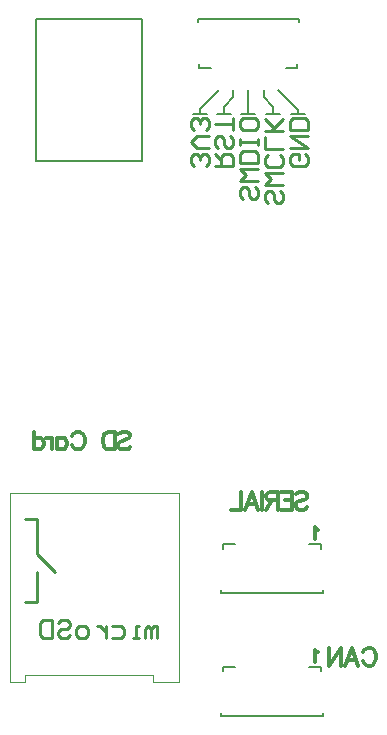
<source format=gbo>
G04 Layer_Color=32896*
%FSAX24Y24*%
%MOIN*%
G70*
G01*
G75*
%ADD74C,0.0079*%
%ADD77C,0.0118*%
%ADD97C,0.0100*%
%ADD100C,0.0039*%
D74*
X282638Y197441D02*
Y197598D01*
X283268Y198228D01*
X285906Y197441D02*
Y197559D01*
X285236Y198228D02*
X285906Y197559D01*
X285236Y198228D02*
Y198228D01*
X285079Y197441D02*
Y197677D01*
X285039Y197717D02*
X285079Y197677D01*
X284764Y197992D02*
X285039Y197717D01*
X284764Y197992D02*
Y198228D01*
X283425Y197441D02*
Y197677D01*
X283465Y197717D01*
X283740Y197992D01*
Y198228D01*
X284252Y197441D02*
Y198228D01*
X285669Y197441D02*
X286142D01*
X284843D02*
X285315D01*
X284016D02*
X284488D01*
X283189D02*
X283661D01*
X282402D02*
X282874D01*
X286673Y178858D02*
Y179016D01*
X286280D02*
X286673D01*
X283406Y178858D02*
Y179016D01*
X283799D01*
X286732Y177362D02*
Y177480D01*
X283346Y177362D02*
X286732D01*
X283346D02*
Y177480D01*
X282618Y198957D02*
Y199114D01*
Y198957D02*
X283012D01*
X285886D02*
Y199114D01*
X285492Y198957D02*
X285886D01*
X282559Y200492D02*
Y200610D01*
X285945D01*
Y200492D02*
Y200610D01*
X286673Y182953D02*
Y183110D01*
X286280D02*
X286673D01*
X283406Y182953D02*
Y183110D01*
X283799D01*
X286732Y181457D02*
Y181575D01*
X283346Y181457D02*
X286732D01*
X283346D02*
Y181575D01*
X278937Y195866D02*
X280709D01*
Y197638D01*
X277165Y195866D02*
Y197638D01*
Y195866D02*
X278937D01*
X280709Y197638D02*
Y200591D01*
X277165Y197638D02*
Y200591D01*
X280709D01*
D77*
X286575Y183586D02*
X286537Y183605D01*
X286481Y183661D01*
Y183268D01*
X286575Y179492D02*
X286537Y179511D01*
X286481Y179567D01*
Y179173D01*
X288082Y179505D02*
X288110Y179561D01*
X288167Y179617D01*
X288223Y179646D01*
X288335D01*
X288391Y179617D01*
X288448Y179561D01*
X288476Y179505D01*
X288504Y179421D01*
Y179280D01*
X288476Y179196D01*
X288448Y179139D01*
X288391Y179083D01*
X288335Y179055D01*
X288223D01*
X288167Y179083D01*
X288110Y179139D01*
X288082Y179196D01*
X287466Y179055D02*
X287691Y179646D01*
X287916Y179055D01*
X287832Y179252D02*
X287551D01*
X287329Y179646D02*
Y179055D01*
Y179646D02*
X286935Y179055D01*
Y179646D02*
Y179055D01*
X285827Y184758D02*
X285883Y184814D01*
X285967Y184842D01*
X286080D01*
X286164Y184814D01*
X286220Y184758D01*
Y184702D01*
X286192Y184646D01*
X286164Y184617D01*
X286108Y184589D01*
X285939Y184533D01*
X285883Y184505D01*
X285855Y184477D01*
X285827Y184421D01*
Y184336D01*
X285883Y184280D01*
X285967Y184252D01*
X286080D01*
X286164Y184280D01*
X286220Y184336D01*
X285329Y184842D02*
X285695D01*
Y184252D01*
X285329D01*
X285695Y184561D02*
X285470D01*
X285231Y184842D02*
Y184252D01*
Y184842D02*
X284978D01*
X284893Y184814D01*
X284865Y184786D01*
X284837Y184730D01*
Y184674D01*
X284865Y184617D01*
X284893Y184589D01*
X284978Y184561D01*
X285231D01*
X285034D02*
X284837Y184252D01*
X284705Y184842D02*
Y184252D01*
X284131D02*
X284356Y184842D01*
X284581Y184252D01*
X284497Y184449D02*
X284216D01*
X283994Y184842D02*
Y184252D01*
X283656D01*
X279921Y186766D02*
X279978Y186822D01*
X280062Y186850D01*
X280174D01*
X280259Y186822D01*
X280315Y186766D01*
Y186710D01*
X280287Y186653D01*
X280259Y186625D01*
X280203Y186597D01*
X280034Y186541D01*
X279978Y186513D01*
X279949Y186485D01*
X279921Y186429D01*
Y186344D01*
X279978Y186288D01*
X280062Y186260D01*
X280174D01*
X280259Y186288D01*
X280315Y186344D01*
X279789Y186850D02*
Y186260D01*
Y186850D02*
X279592D01*
X279508Y186822D01*
X279452Y186766D01*
X279424Y186710D01*
X279396Y186625D01*
Y186485D01*
X279424Y186400D01*
X279452Y186344D01*
X279508Y186288D01*
X279592Y186260D01*
X279789D01*
X278378Y186710D02*
X278406Y186766D01*
X278462Y186822D01*
X278518Y186850D01*
X278631D01*
X278687Y186822D01*
X278743Y186766D01*
X278771Y186710D01*
X278800Y186625D01*
Y186485D01*
X278771Y186400D01*
X278743Y186344D01*
X278687Y186288D01*
X278631Y186260D01*
X278518D01*
X278462Y186288D01*
X278406Y186344D01*
X278378Y186400D01*
X277875Y186653D02*
Y186260D01*
Y186569D02*
X277931Y186625D01*
X277987Y186653D01*
X278071D01*
X278128Y186625D01*
X278184Y186569D01*
X278212Y186485D01*
Y186429D01*
X278184Y186344D01*
X278128Y186288D01*
X278071Y186260D01*
X277987D01*
X277931Y186288D01*
X277875Y186344D01*
X277717Y186653D02*
Y186260D01*
Y186485D02*
X277689Y186569D01*
X277633Y186625D01*
X277577Y186653D01*
X277492D01*
X277101Y186850D02*
Y186260D01*
Y186569D02*
X277158Y186625D01*
X277214Y186653D01*
X277298D01*
X277354Y186625D01*
X277411Y186569D01*
X277439Y186485D01*
Y186429D01*
X277411Y186344D01*
X277354Y186288D01*
X277298Y186260D01*
X277214D01*
X277158Y186288D01*
X277101Y186344D01*
D97*
X276811Y183937D02*
X277205D01*
Y183740D02*
Y183937D01*
X276811Y181181D02*
X277205D01*
Y182165D01*
X277205Y182756D02*
X277795Y182165D01*
X277205Y182756D02*
X277205D01*
X277205D02*
Y183740D01*
X282823Y195709D02*
X282923Y195809D01*
Y196009D01*
X282823Y196109D01*
X282723D01*
X282623Y196009D01*
Y195909D01*
Y196009D01*
X282523Y196109D01*
X282423D01*
X282323Y196009D01*
Y195809D01*
X282423Y195709D01*
X282923Y196308D02*
X282523D01*
X282323Y196508D01*
X282523Y196708D01*
X282923D01*
X282823Y196908D02*
X282923Y197008D01*
Y197208D01*
X282823Y197308D01*
X282723D01*
X282623Y197208D01*
Y197108D01*
Y197208D01*
X282523Y197308D01*
X282423D01*
X282323Y197208D01*
Y197008D01*
X282423Y196908D01*
X283150Y195709D02*
X283749D01*
Y196009D01*
X283649Y196109D01*
X283450D01*
X283350Y196009D01*
Y195709D01*
Y195909D02*
X283150Y196109D01*
X283649Y196708D02*
X283749Y196608D01*
Y196408D01*
X283649Y196308D01*
X283549D01*
X283450Y196408D01*
Y196608D01*
X283350Y196708D01*
X283250D01*
X283150Y196608D01*
Y196408D01*
X283250Y196308D01*
X283749Y196908D02*
Y197308D01*
Y197108D01*
X283150D01*
X284476Y195006D02*
X284576Y194906D01*
Y194706D01*
X284476Y194606D01*
X284376D01*
X284276Y194706D01*
Y194906D01*
X284176Y195006D01*
X284076D01*
X283976Y194906D01*
Y194706D01*
X284076Y194606D01*
X284576Y195206D02*
X283976D01*
X284176Y195406D01*
X283976Y195606D01*
X284576D01*
Y195806D02*
X283976D01*
Y196106D01*
X284076Y196206D01*
X284476D01*
X284576Y196106D01*
Y195806D01*
Y196406D02*
Y196606D01*
Y196506D01*
X283976D01*
Y196406D01*
Y196606D01*
X284576Y197205D02*
Y197006D01*
X284476Y196906D01*
X284076D01*
X283976Y197006D01*
Y197205D01*
X284076Y197305D01*
X284476D01*
X284576Y197205D01*
X285303Y194888D02*
X285403Y194788D01*
Y194588D01*
X285303Y194488D01*
X285203D01*
X285103Y194588D01*
Y194788D01*
X285003Y194888D01*
X284903D01*
X284803Y194788D01*
Y194588D01*
X284903Y194488D01*
X285403Y195088D02*
X284803D01*
X285003Y195288D01*
X284803Y195488D01*
X285403D01*
X285303Y196088D02*
X285403Y195988D01*
Y195788D01*
X285303Y195688D01*
X284903D01*
X284803Y195788D01*
Y195988D01*
X284903Y196088D01*
X285403Y196288D02*
X284803D01*
Y196687D01*
X285403Y196887D02*
X284803D01*
X285003D01*
X285403Y197287D01*
X285103Y196987D01*
X284803Y197287D01*
X286130Y196109D02*
X286230Y196009D01*
Y195809D01*
X286130Y195709D01*
X285730D01*
X285630Y195809D01*
Y196009D01*
X285730Y196109D01*
X285930D01*
Y195909D01*
X285630Y196308D02*
X286230D01*
X285630Y196708D01*
X286230D01*
Y196908D02*
X285630D01*
Y197208D01*
X285730Y197308D01*
X286130D01*
X286230Y197208D01*
Y196908D01*
X281220Y179961D02*
Y180361D01*
X281120D01*
X281021Y180261D01*
Y179961D01*
Y180261D01*
X280921Y180361D01*
X280821Y180261D01*
Y179961D01*
X280621D02*
X280421D01*
X280521D01*
Y180361D01*
X280621D01*
X279721D02*
X280021D01*
X280121Y180261D01*
Y180061D01*
X280021Y179961D01*
X279721D01*
X279521Y180361D02*
Y179961D01*
Y180161D01*
X279421Y180261D01*
X279321Y180361D01*
X279221D01*
X278821Y179961D02*
X278621D01*
X278521Y180061D01*
Y180261D01*
X278621Y180361D01*
X278821D01*
X278921Y180261D01*
Y180061D01*
X278821Y179961D01*
X277922Y180460D02*
X278022Y180560D01*
X278221D01*
X278321Y180460D01*
Y180361D01*
X278221Y180261D01*
X278022D01*
X277922Y180161D01*
Y180061D01*
X278022Y179961D01*
X278221D01*
X278321Y180061D01*
X277722Y180560D02*
Y179961D01*
X277422D01*
X277322Y180061D01*
Y180460D01*
X277422Y180560D01*
X277722D01*
D100*
X276299Y178504D02*
Y184803D01*
X281929D01*
Y178504D02*
Y184803D01*
X281063Y178504D02*
X281929D01*
X281063D02*
Y178740D01*
X276811D02*
X281063D01*
X276811Y178504D02*
Y178740D01*
X276299Y178504D02*
X276811D01*
M02*

</source>
